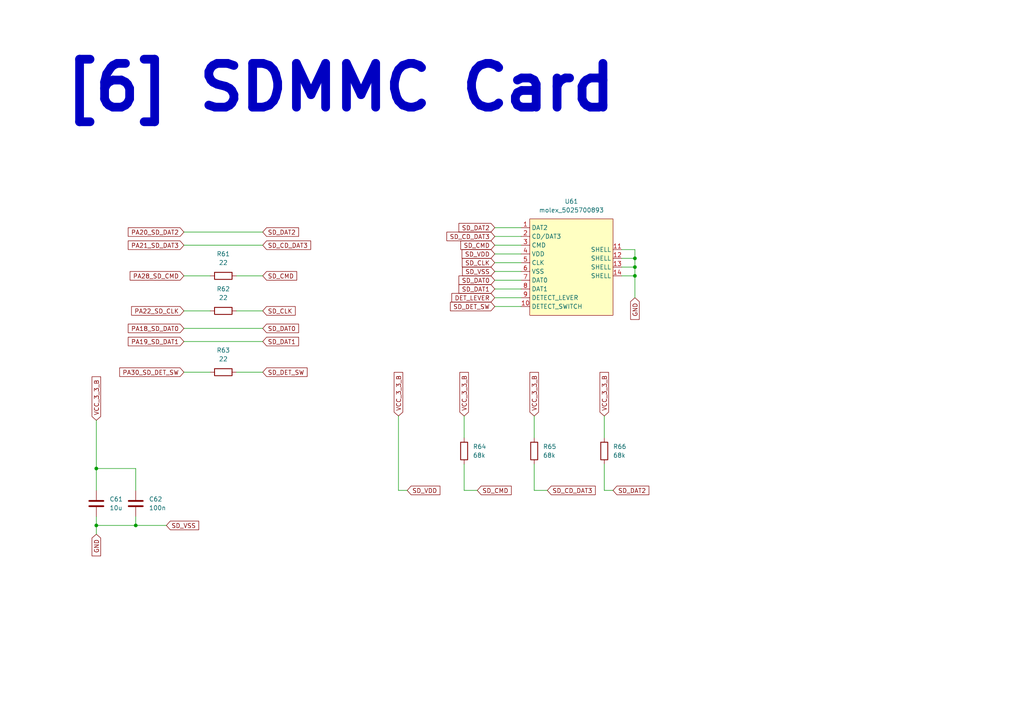
<source format=kicad_sch>
(kicad_sch (version 20231120) (generator "eeschema") (generator_version "8.0")
  (paper "A4")
  (lib_symbols
    (symbol "Device:C" (pin_numbers hide) (pin_names (offset 0.254))
      (property "Reference" "C" (at 0.635 2.54 0))
      (property "Value" "C" (at 0.635 -2.54 0))
      (symbol "C_0_1"
        (polyline (pts (xy -2.032 -0.762) (xy 2.032 -0.762)) (stroke (width 0.508)))
        (polyline (pts (xy -2.032 0.762) (xy 2.032 0.762)) (stroke (width 0.508)))
      )
      (symbol "C_1_1"
        (pin passive line (at 0 3.81 270) (length 2.794) (name "~") (number "1"))
        (pin passive line (at 0 -3.81 90) (length 2.794) (name "~") (number "2"))
      )
    )
    (symbol "Device:R" (pin_numbers hide) (pin_names (offset 0))
      (property "Reference" "R" (at 2.032 0 90))
      (property "Value" "R" (at 0 0 90))
      (symbol "R_0_1"
        (rectangle (start -1.016 -2.54) (end 1.016 2.54) (stroke (width 0.254)))
      )
      (symbol "R_1_1"
        (pin passive line (at 0 3.81 270) (length 1.27) (name "~") (number "1"))
        (pin passive line (at 0 -3.81 90) (length 1.27) (name "~") (number "2"))
      )
    )
    (symbol "custom_symbol:molex_5025700893"
      (property "Reference" "U" (at 0 -13.97 0))
      (property "Value" "molex_5025700893" (at 0 16.51 0))
      (symbol "molex_5025700893_0_1"
        (rectangle (start -11.43 15.24) (end 12.7 -12.7) (fill (type background)))
      )
      (symbol "molex_5025700893_1_1"
        (pin input line (at -13.97 12.7 0) (length 2.54) (name "DAT2") (number "1"))
        (pin input line (at -13.97 -10.16 0) (length 2.54) (name "DETECT_SWITCH") (number "10"))
        (pin input line (at 15.24 6.35 180) (length 2.54) (name "SHELL") (number "11"))
        (pin input line (at 15.24 3.81 180) (length 2.54) (name "SHELL") (number "12"))
        (pin input line (at 15.24 1.27 180) (length 2.54) (name "SHELL") (number "13"))
        (pin input line (at 15.24 -1.27 180) (length 2.54) (name "SHELL") (number "14"))
        (pin input line (at -13.97 10.16 0) (length 2.54) (name "CD/DAT3") (number "2"))
        (pin input line (at -13.97 7.62 0) (length 2.54) (name "CMD") (number "3"))
        (pin input line (at -13.97 5.08 0) (length 2.54) (name "VDD") (number "4"))
        (pin input line (at -13.97 2.54 0) (length 2.54) (name "CLK") (number "5"))
        (pin input line (at -13.97 0 0) (length 2.54) (name "VSS") (number "6"))
        (pin input line (at -13.97 -2.54 0) (length 2.54) (name "DAT0") (number "7"))
        (pin input line (at -13.97 -5.08 0) (length 2.54) (name "DAT1") (number "8"))
        (pin input line (at -13.97 -7.62 0) (length 2.54) (name "DETECT_LEVER") (number "9"))
      )
    )
  )
  (junction (at 184.15 74.93))
  (junction (at 184.15 77.47))
  (junction (at 39.37 152.4))
  (junction (at 27.94 152.4))
  (junction (at 184.15 80.01))
  (junction (at 27.94 135.89))
  (wire (pts (xy 39.37 152.4) (xy 48.26 152.4)))
  (wire (pts (xy 27.94 149.86) (xy 27.94 152.4)))
  (wire (pts (xy 177.8 142.24) (xy 175.26 142.24)))
  (wire (pts (xy 143.51 78.74) (xy 151.13 78.74)))
  (wire (pts (xy 175.26 134.62) (xy 175.26 142.24)))
  (wire (pts (xy 53.34 95.25) (xy 76.2 95.25)))
  (wire (pts (xy 143.51 66.04) (xy 151.13 66.04)))
  (wire (pts (xy 39.37 152.4) (xy 39.37 149.86)))
  (wire (pts (xy 143.51 83.82) (xy 151.13 83.82)))
  (wire (pts (xy 68.58 107.95) (xy 76.2 107.95)))
  (wire (pts (xy 184.15 72.39) (xy 184.15 74.93)))
  (wire (pts (xy 53.34 107.95) (xy 60.96 107.95)))
  (wire (pts (xy 134.62 120.65) (xy 134.62 127)))
  (wire (pts (xy 143.51 76.2) (xy 151.13 76.2)))
  (wire (pts (xy 53.34 99.06) (xy 76.2 99.06)))
  (wire (pts (xy 27.94 121.92) (xy 27.94 135.89)))
  (wire (pts (xy 68.58 90.17) (xy 76.2 90.17)))
  (wire (pts (xy 175.26 120.65) (xy 175.26 127)))
  (wire (pts (xy 143.51 81.28) (xy 151.13 81.28)))
  (wire (pts (xy 115.57 120.65) (xy 115.57 142.24)))
  (wire (pts (xy 53.34 67.31) (xy 76.2 67.31)))
  (wire (pts (xy 39.37 142.24) (xy 39.37 135.89)))
  (wire (pts (xy 154.94 120.65) (xy 154.94 127)))
  (wire (pts (xy 184.15 74.93) (xy 184.15 77.47)))
  (wire (pts (xy 143.51 68.58) (xy 151.13 68.58)))
  (wire (pts (xy 68.58 80.01) (xy 76.2 80.01)))
  (wire (pts (xy 53.34 80.01) (xy 60.96 80.01)))
  (wire (pts (xy 180.34 80.01) (xy 184.15 80.01)))
  (wire (pts (xy 154.94 134.62) (xy 154.94 142.24)))
  (wire (pts (xy 115.57 142.24) (xy 118.11 142.24)))
  (wire (pts (xy 180.34 74.93) (xy 184.15 74.93)))
  (wire (pts (xy 143.51 73.66) (xy 151.13 73.66)))
  (wire (pts (xy 27.94 135.89) (xy 27.94 142.24)))
  (wire (pts (xy 27.94 152.4) (xy 27.94 154.94)))
  (wire (pts (xy 143.51 86.36) (xy 151.13 86.36)))
  (wire (pts (xy 134.62 142.24) (xy 138.43 142.24)))
  (wire (pts (xy 134.62 134.62) (xy 134.62 142.24)))
  (wire (pts (xy 184.15 80.01) (xy 184.15 86.36)))
  (wire (pts (xy 143.51 71.12) (xy 151.13 71.12)))
  (wire (pts (xy 180.34 72.39) (xy 184.15 72.39)))
  (wire (pts (xy 53.34 71.12) (xy 76.2 71.12)))
  (wire (pts (xy 154.94 142.24) (xy 158.75 142.24)))
  (wire (pts (xy 143.51 88.9) (xy 151.13 88.9)))
  (wire (pts (xy 27.94 152.4) (xy 39.37 152.4)))
  (wire (pts (xy 184.15 77.47) (xy 184.15 80.01)))
  (wire (pts (xy 180.34 77.47) (xy 184.15 77.47)))
  (wire (pts (xy 53.34 90.17) (xy 60.96 90.17)))
  (wire (pts (xy 39.37 135.89) (xy 27.94 135.89)))
  (text "[6] SDMMC Card" (at 17.78 33.02 0) (effects (font (size 12.7 12.7) (bold yes)) (justify left bottom)))
  (global_label "SD_DAT0" (shape input) (at 76.2 95.25 0) (property "Intersheetrefs" "${INTERSHEET_REFS}" (effects (hide yes))))
  (global_label "SD_DAT2" (shape input) (at 76.2 67.31 0) (property "Intersheetrefs" "${INTERSHEET_REFS}" (effects (hide yes))))
  (global_label "SD_CLK" (shape input) (at 143.51 76.2 180) (property "Intersheetrefs" "${INTERSHEET_REFS}" (effects (hide yes))))
  (global_label "GND" (shape input) (at 27.94 154.94 270) (property "Intersheetrefs" "${INTERSHEET_REFS}" (effects (hide yes))))
  (global_label "VCC_3_3_B" (shape input) (at 134.62 120.65 90) (property "Intersheetrefs" "${INTERSHEET_REFS}" (effects (hide yes))))
  (global_label "PA19_SD_DAT1" (shape input) (at 53.34 99.06 180) (property "Intersheetrefs" "${INTERSHEET_REFS}" (effects (hide yes))))
  (global_label "SD_CD_DAT3" (shape input) (at 76.2 71.12 0) (property "Intersheetrefs" "${INTERSHEET_REFS}" (effects (hide yes))))
  (global_label "PA18_SD_DAT0" (shape input) (at 53.34 95.25 180) (property "Intersheetrefs" "${INTERSHEET_REFS}" (effects (hide yes))))
  (global_label "PA30_SD_DET_SW" (shape input) (at 53.34 107.95 180) (property "Intersheetrefs" "${INTERSHEET_REFS}" (effects (hide yes))))
  (global_label "SD_DAT2" (shape input) (at 143.51 66.04 180) (property "Intersheetrefs" "${INTERSHEET_REFS}" (effects (hide yes))))
  (global_label "SD_VSS" (shape input) (at 48.26 152.4 0) (property "Intersheetrefs" "${INTERSHEET_REFS}" (effects (hide yes))))
  (global_label "VCC_3_3_B" (shape input) (at 27.94 121.92 90) (property "Intersheetrefs" "${INTERSHEET_REFS}" (effects (hide yes))))
  (global_label "SD_CMD" (shape input) (at 76.2 80.01 0) (property "Intersheetrefs" "${INTERSHEET_REFS}" (effects (hide yes))))
  (global_label "SD_DAT1" (shape input) (at 143.51 83.82 180) (property "Intersheetrefs" "${INTERSHEET_REFS}" (effects (hide yes))))
  (global_label "PA22_SD_CLK" (shape input) (at 53.34 90.17 180) (property "Intersheetrefs" "${INTERSHEET_REFS}" (effects (hide yes))))
  (global_label "SD_DAT2" (shape input) (at 177.8 142.24 0) (property "Intersheetrefs" "${INTERSHEET_REFS}" (effects (hide yes))))
  (global_label "SD_CD_DAT3" (shape input) (at 158.75 142.24 0) (property "Intersheetrefs" "${INTERSHEET_REFS}" (effects (hide yes))))
  (global_label "VCC_3_3_B" (shape input) (at 154.94 120.65 90) (property "Intersheetrefs" "${INTERSHEET_REFS}" (effects (hide yes))))
  (global_label "DET_LEVER" (shape input) (at 143.51 86.36 180) (property "Intersheetrefs" "${INTERSHEET_REFS}" (effects (hide yes))))
  (global_label "VCC_3_3_B" (shape input) (at 175.26 120.65 90) (property "Intersheetrefs" "${INTERSHEET_REFS}" (effects (hide yes))))
  (global_label "SD_VDD" (shape input) (at 143.51 73.66 180) (property "Intersheetrefs" "${INTERSHEET_REFS}" (effects (hide yes))))
  (global_label "VCC_3_3_B" (shape input) (at 115.57 120.65 90) (property "Intersheetrefs" "${INTERSHEET_REFS}" (effects (hide yes))))
  (global_label "SD_CD_DAT3" (shape input) (at 143.51 68.58 180) (property "Intersheetrefs" "${INTERSHEET_REFS}" (effects (hide yes))))
  (global_label "PA28_SD_CMD" (shape input) (at 53.34 80.01 180) (property "Intersheetrefs" "${INTERSHEET_REFS}" (effects (hide yes))))
  (global_label "SD_VDD" (shape input) (at 118.11 142.24 0) (property "Intersheetrefs" "${INTERSHEET_REFS}" (effects (hide yes))))
  (global_label "SD_VSS" (shape input) (at 143.51 78.74 180) (property "Intersheetrefs" "${INTERSHEET_REFS}" (effects (hide yes))))
  (global_label "SD_DET_SW" (shape input) (at 76.2 107.95 0) (property "Intersheetrefs" "${INTERSHEET_REFS}" (effects (hide yes))))
  (global_label "SD_CMD" (shape input) (at 138.43 142.24 0) (property "Intersheetrefs" "${INTERSHEET_REFS}" (effects (hide yes))))
  (global_label "PA21_SD_DAT3" (shape input) (at 53.34 71.12 180) (property "Intersheetrefs" "${INTERSHEET_REFS}" (effects (hide yes))))
  (global_label "PA20_SD_DAT2" (shape input) (at 53.34 67.31 180) (property "Intersheetrefs" "${INTERSHEET_REFS}" (effects (hide yes))))
  (global_label "SD_CLK" (shape input) (at 76.2 90.17 0) (property "Intersheetrefs" "${INTERSHEET_REFS}" (effects (hide yes))))
  (global_label "SD_CMD" (shape input) (at 143.51 71.12 180) (property "Intersheetrefs" "${INTERSHEET_REFS}" (effects (hide yes))))
  (global_label "GND" (shape input) (at 184.15 86.36 270) (property "Intersheetrefs" "${INTERSHEET_REFS}" (effects (hide yes))))
  (global_label "SD_DAT1" (shape input) (at 76.2 99.06 0) (property "Intersheetrefs" "${INTERSHEET_REFS}" (effects (hide yes))))
  (global_label "SD_DAT0" (shape input) (at 143.51 81.28 180) (property "Intersheetrefs" "${INTERSHEET_REFS}" (effects (hide yes))))
  (global_label "SD_DET_SW" (shape input) (at 143.51 88.9 180) (property "Intersheetrefs" "${INTERSHEET_REFS}" (effects (hide yes))))
  (symbol (lib_id "Device:R") (at 64.77 80.01 90) (unit 1)
    (property "Reference" "R61" (at 64.77 73.66 90))
    (property "Value" "22" (at 64.77 76.2 90))
  )
  (symbol (lib_id "custom_symbol:molex_5025700893") (at 165.1 78.74 0) (unit 1)
    (property "Reference" "U61" (at 165.735 58.42 0))
    (property "Value" "molex_5025700893" (at 165.735 60.96 0))
    (property "Footprint" "fryelabs:molex_5025700893" (effects (hide yes)))
  )
  (symbol (lib_id "Device:C") (at 39.37 146.05 0) (unit 1)
    (property "Reference" "C62" (at 43.18 144.78 0) (effects (justify left)))
    (property "Value" "100n" (at 43.18 147.32 0) (effects (justify left)))
  )
  (symbol (lib_id "Device:R") (at 175.26 130.81 0) (unit 1)
    (property "Reference" "R66" (at 177.8 129.54 0) (effects (justify left)))
    (property "Value" "68k" (at 177.8 132.08 0) (effects (justify left)))
  )
  (symbol (lib_id "Device:C") (at 27.94 146.05 0) (unit 1)
    (property "Reference" "C61" (at 31.75 144.78 0) (effects (justify left)))
    (property "Value" "10u" (at 31.75 147.32 0) (effects (justify left)))
  )
  (symbol (lib_id "Device:R") (at 64.77 90.17 90) (unit 1)
    (property "Reference" "R62" (at 64.77 83.82 90))
    (property "Value" "22" (at 64.77 86.36 90))
  )
  (symbol (lib_id "Device:R") (at 154.94 130.81 0) (unit 1)
    (property "Reference" "R65" (at 157.48 129.54 0) (effects (justify left)))
    (property "Value" "68k" (at 157.48 132.08 0) (effects (justify left)))
  )
  (symbol (lib_id "Device:R") (at 64.77 107.95 90) (unit 1)
    (property "Reference" "R63" (at 64.77 101.6 90))
    (property "Value" "22" (at 64.77 104.14 90))
  )
  (symbol (lib_id "Device:R") (at 134.62 130.81 0) (unit 1)
    (property "Reference" "R64" (at 137.16 129.54 0) (effects (justify left)))
    (property "Value" "68k" (at 137.16 132.08 0) (effects (justify left)))
  )
)
</source>
